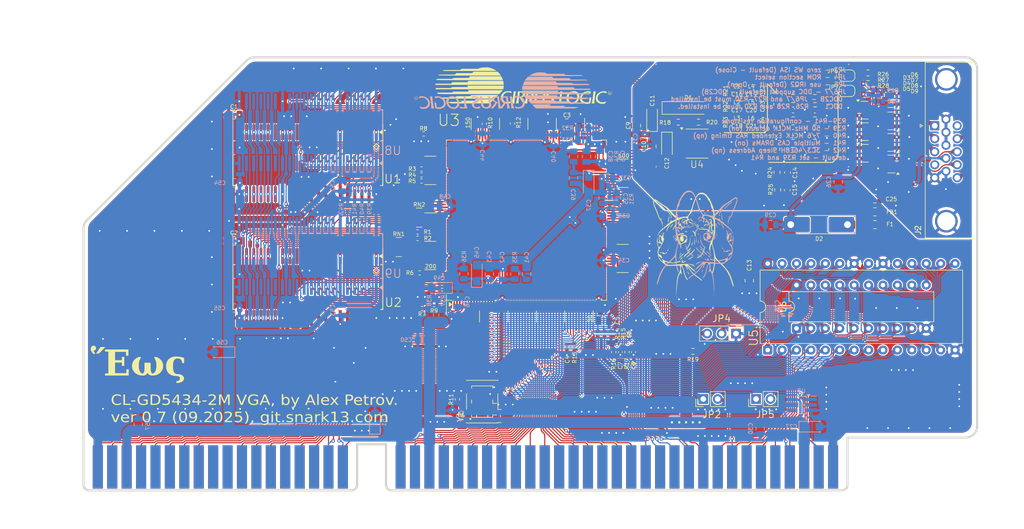
<source format=kicad_pcb>
(kicad_pcb
	(version 20241229)
	(generator "pcbnew")
	(generator_version "9.0")
	(general
		(thickness 1.6)
		(legacy_teardrops no)
	)
	(paper "A4")
	(title_block
		(title "Eos - Cirrus Logic CL5434-2M ISA VGA Card")
		(date "2025-09-13")
		(rev "0.7")
		(company "Alexander Petrov")
	)
	(layers
		(0 "F.Cu" signal)
		(2 "B.Cu" signal)
		(9 "F.Adhes" user "F.Adhesive")
		(11 "B.Adhes" user "B.Adhesive")
		(13 "F.Paste" user)
		(15 "B.Paste" user)
		(5 "F.SilkS" user "F.Silkscreen")
		(7 "B.SilkS" user "B.Silkscreen")
		(1 "F.Mask" user)
		(3 "B.Mask" user)
		(17 "Dwgs.User" user "User.Drawings")
		(19 "Cmts.User" user "User.Comments")
		(21 "Eco1.User" user "User.Eco1")
		(23 "Eco2.User" user "User.Eco2")
		(25 "Edge.Cuts" user)
		(27 "Margin" user)
		(31 "F.CrtYd" user "F.Courtyard")
		(29 "B.CrtYd" user "B.Courtyard")
		(35 "F.Fab" user)
		(33 "B.Fab" user)
	)
	(setup
		(stackup
			(layer "F.SilkS"
				(type "Top Silk Screen")
				(color "White")
			)
			(layer "F.Paste"
				(type "Top Solder Paste")
			)
			(layer "F.Mask"
				(type "Top Solder Mask")
				(color "Blue")
				(thickness 0.01)
			)
			(layer "F.Cu"
				(type "copper")
				(thickness 0.035)
			)
			(layer "dielectric 1"
				(type "core")
				(color "FR4 natural")
				(thickness 1.51)
				(material "FR4")
				(epsilon_r 4.5)
				(loss_tangent 0.02)
			)
			(layer "B.Cu"
				(type "copper")
				(thickness 0.035)
			)
			(layer "B.Mask"
				(type "Bottom Solder Mask")
				(color "Blue")
				(thickness 0.01)
			)
			(layer "B.Paste"
				(type "Bottom Solder Paste")
			)
			(layer "B.SilkS"
				(type "Bottom Silk Screen")
				(color "White")
			)
			(copper_finish "ENIG")
			(dielectric_constraints no)
		)
		(pad_to_mask_clearance 0)
		(allow_soldermask_bridges_in_footprints yes)
		(tenting front back)
		(pcbplotparams
			(layerselection 0x00000000_00000000_55555555_575555ff)
			(plot_on_all_layers_selection 0x00000000_00000000_00000000_02000000)
			(disableapertmacros no)
			(usegerberextensions yes)
			(usegerberattributes yes)
			(usegerberadvancedattributes yes)
			(creategerberjobfile yes)
			(dashed_line_dash_ratio 12.000000)
			(dashed_line_gap_ratio 3.000000)
			(svgprecision 4)
			(plotframeref no)
			(mode 1)
			(useauxorigin no)
			(hpglpennumber 1)
			(hpglpenspeed 20)
			(hpglpendiameter 15.000000)
			(pdf_front_fp_property_popups yes)
			(pdf_back_fp_property_popups yes)
			(pdf_metadata yes)
			(pdf_single_document no)
			(dxfpolygonmode yes)
			(dxfimperialunits yes)
			(dxfusepcbnewfont yes)
			(psnegative no)
			(psa4output no)
			(plot_black_and_white yes)
			(sketchpadsonfab no)
			(plotpadnumbers no)
			(hidednponfab no)
			(sketchdnponfab yes)
			(crossoutdnponfab yes)
			(subtractmaskfromsilk yes)
			(outputformat 1)
			(mirror no)
			(drillshape 0)
			(scaleselection 1)
			(outputdirectory "out/eos-0.3/")
		)
	)
	(net 0 "")
	(net 1 "/MD16")
	(net 2 "/MD17")
	(net 3 "/MD18")
	(net 4 "/MD19")
	(net 5 "/MD20")
	(net 6 "/MD21")
	(net 7 "/MD22")
	(net 8 "/MD23")
	(net 9 "/MD24")
	(net 10 "/MD25")
	(net 11 "/MD26")
	(net 12 "/MD27")
	(net 13 "/MD28")
	(net 14 "/MD29")
	(net 15 "/MD30")
	(net 16 "/MD31")
	(net 17 "/SD0")
	(net 18 "/SD1")
	(net 19 "/SD2")
	(net 20 "/SD3")
	(net 21 "/SD4")
	(net 22 "/SD5")
	(net 23 "/SD6")
	(net 24 "/SD7")
	(net 25 "/SD8")
	(net 26 "/SD9")
	(net 27 "/SD10")
	(net 28 "/SD11")
	(net 29 "/SD12")
	(net 30 "/SD13")
	(net 31 "/SD14")
	(net 32 "/SD15")
	(net 33 "/RESET")
	(net 34 "/LA23")
	(net 35 "/IOCHRDY")
	(net 36 "/LA22")
	(net 37 "/AEN")
	(net 38 "/BALE")
	(net 39 "/LA21")
	(net 40 "/LA20")
	(net 41 "/LA19")
	(net 42 "/LA18")
	(net 43 "/LA17")
	(net 44 "/SA16")
	(net 45 "/SA15")
	(net 46 "/SA14")
	(net 47 "/SA13")
	(net 48 "/SA12")
	(net 49 "/SA11")
	(net 50 "/SA10")
	(net 51 "/SA9")
	(net 52 "/SA8")
	(net 53 "/SA7")
	(net 54 "/SA6")
	(net 55 "/SA5")
	(net 56 "/SA4")
	(net 57 "/SA3")
	(net 58 "/SA2")
	(net 59 "/SA1")
	(net 60 "/SA0")
	(net 61 "/MD0")
	(net 62 "/MD1")
	(net 63 "/MD2")
	(net 64 "/MD3")
	(net 65 "/MD4")
	(net 66 "/MD5")
	(net 67 "/MD6")
	(net 68 "/MD7")
	(net 69 "VCC")
	(net 70 "RED")
	(net 71 "GREEN")
	(net 72 "BLUE")
	(net 73 "Net-(D1-A)")
	(net 74 "Net-(F1-Pad1)")
	(net 75 "MFILVDD")
	(net 76 "DACVSS")
	(net 77 "DACVDD")
	(net 78 "IREF")
	(net 79 "VFILVDD")
	(net 80 "MFILTER")
	(net 81 "VFILTER")
	(net 82 "/~{MEMW}")
	(net 83 "/~{MEMR}")
	(net 84 "/~{CAS3}")
	(net 85 "/~{IOR}")
	(net 86 "/~{CAS2}")
	(net 87 "/~{CAS0}")
	(net 88 "/~{WE}")
	(net 89 "/~{EROM}")
	(net 90 "/~{IOCS16}")
	(net 91 "/~{MCS16}")
	(net 92 "/~{SBHE}")
	(net 93 "/~{REFRESH}")
	(net 94 "/~{IOW}")
	(net 95 "/0WS")
	(net 96 "VSYNC")
	(net 97 "HSYNC")
	(net 98 "/RMA1")
	(net 99 "/RMA6")
	(net 100 "/RMA5")
	(net 101 "/RMA7")
	(net 102 "/RMA2")
	(net 103 "/RMA8")
	(net 104 "/RMA4")
	(net 105 "/~{RASM1}")
	(net 106 "/RMA3")
	(net 107 "/RMA0")
	(net 108 "/~{CAS4}")
	(net 109 "/MD38")
	(net 110 "/MD15")
	(net 111 "/MD14")
	(net 112 "/MD13")
	(net 113 "/MD12")
	(net 114 "/MD11")
	(net 115 "/MD10")
	(net 116 "/MD9")
	(net 117 "/MD8")
	(net 118 "/~{CAS5}")
	(net 119 "/MD34")
	(net 120 "/MD39")
	(net 121 "/MD43")
	(net 122 "/MD45")
	(net 123 "/MD44")
	(net 124 "/MD32")
	(net 125 "/MD35")
	(net 126 "/BOSC")
	(net 127 "unconnected-(J1--5V-Pad5)")
	(net 128 "unconnected-(J1-DRQ2-Pad6)")
	(net 129 "unconnected-(J1--12V-Pad7)")
	(net 130 "Net-(J1-UNUSED)")
	(net 131 "unconnected-(J1-+12V-Pad9)")
	(net 132 "unconnected-(J1-~{DACK3}-Pad15)")
	(net 133 "unconnected-(J1-DRQ3-Pad16)")
	(net 134 "unconnected-(J1-~{DACK1}-Pad17)")
	(net 135 "unconnected-(J1-DRQ1-Pad18)")
	(net 136 "unconnected-(J1-CLK-Pad20)")
	(net 137 "unconnected-(J1-IRQ7-Pad21)")
	(net 138 "unconnected-(J1-IRQ6-Pad22)")
	(net 139 "unconnected-(J1-IRQ5-Pad23)")
	(net 140 "unconnected-(J1-IRQ4-Pad24)")
	(net 141 "unconnected-(J1-IRQ3-Pad25)")
	(net 142 "unconnected-(J1-~{DACK2}-Pad26)")
	(net 143 "unconnected-(J1-TC-Pad27)")
	(net 144 "unconnected-(J1-IO-Pad32)")
	(net 145 "unconnected-(J1-BA19-Pad43)")
	(net 146 "unconnected-(J1-BA18-Pad44)")
	(net 147 "unconnected-(J1-BA17-Pad45)")
	(net 148 "unconnected-(J1-IRQ10-Pad65)")
	(net 149 "unconnected-(J1-IRQ11-Pad66)")
	(net 150 "unconnected-(J1-IRQ12-Pad67)")
	(net 151 "unconnected-(J1-IRQ15-Pad68)")
	(net 152 "unconnected-(J1-IRQ14-Pad69)")
	(net 153 "unconnected-(J1-~{DACK0}-Pad70)")
	(net 154 "unconnected-(J1-DRQ0-Pad71)")
	(net 155 "unconnected-(J1-~{DACK5}-Pad72)")
	(net 156 "unconnected-(J1-DRQ5-Pad73)")
	(net 157 "unconnected-(J1-~{DACK6}-Pad74)")
	(net 158 "unconnected-(J1-DRQ6-Pad75)")
	(net 159 "unconnected-(J1-~{DACK7}-Pad76)")
	(net 160 "unconnected-(J1-DRQ7-Pad77)")
	(net 161 "unconnected-(J1-MASTER-Pad79)")
	(net 162 "unconnected-(J1-~{MEMR}-Pad89)")
	(net 163 "unconnected-(J1-~{MEMW}-Pad90)")
	(net 164 "unconnected-(J2-Pad4)")
	(net 165 "unconnected-(J2-Pad11)")
	(net 166 "unconnected-(U1-NC-Pad11)")
	(net 167 "unconnected-(U1-NC-Pad12)")
	(net 168 "unconnected-(U1-NC-Pad15)")
	(net 169 "unconnected-(U1-NC-Pad30)")
	(net 170 "/MD41")
	(net 171 "/MD40")
	(net 172 "/MD42")
	(net 173 "/MD46")
	(net 174 "/MD47")
	(net 175 "GND")
	(net 176 "/MD37")
	(net 177 "/MD36")
	(net 178 "/MD33")
	(net 179 "Net-(U3-~{IOW})")
	(net 180 "Net-(U3-~{IOR})")
	(net 181 "Net-(U3-~{MEMR})")
	(net 182 "Net-(U3-~{MEMW})")
	(net 183 "/MD49")
	(net 184 "/MD52")
	(net 185 "/MD55")
	(net 186 "Net-(J1-IRQ2)")
	(net 187 "/IRQ2")
	(net 188 "Net-(C14-Pad1)")
	(net 189 "Net-(C15-Pad1)")
	(net 190 "Net-(C41-Pad1)")
	(net 191 "Net-(C19-Pad1)")
	(net 192 "Net-(C20-Pad1)")
	(net 193 "Net-(C21-Pad1)")
	(net 194 "Net-(C22-Pad1)")
	(net 195 "Net-(C23-Pad1)")
	(net 196 "Net-(C24-Pad1)")
	(net 197 "Net-(C25-Pad1)")
	(net 198 "Net-(C35-Pad1)")
	(net 199 "Net-(D2-K)")
	(net 200 "Net-(D3-K-Pad3)")
	(net 201 "Net-(D6-K-Pad3)")
	(net 202 "Net-(JP4-B)")
	(net 203 "Net-(JP4-C)")
	(net 204 "Net-(JP6-Pad2)")
	(net 205 "Net-(JP7-Pad2)")
	(net 206 "Net-(U3-MA3)")
	(net 207 "Net-(U3-MA4)")
	(net 208 "Net-(U3-~{CAS7})")
	(net 209 "Net-(U3-~{WE})")
	(net 210 "Net-(U3-~{RAS1})")
	(net 211 "Net-(U3-~{CAS5})")
	(net 212 "Net-(U3-~{CAS0})")
	(net 213 "/MD56")
	(net 214 "/MD51")
	(net 215 "/MD61")
	(net 216 "/MD59")
	(net 217 "/MD48")
	(net 218 "/MD63")
	(net 219 "/MD60")
	(net 220 "/MD57")
	(net 221 "/MD53")
	(net 222 "unconnected-(U2-NC-Pad11)")
	(net 223 "unconnected-(U2-NC-Pad30)")
	(net 224 "unconnected-(U2-NC-Pad15)")
	(net 225 "unconnected-(U2-NC-Pad12)")
	(net 226 "/MD54")
	(net 227 "/MD58")
	(net 228 "/MD50")
	(net 229 "/MD62")
	(net 230 "Net-(U3-~{CAS1})")
	(net 231 "Net-(U3-~{CAS4})")
	(net 232 "Net-(U3-~{CAS2})")
	(net 233 "Net-(U3-~{CAS3})")
	(net 234 "Net-(R14-Pad1)")
	(net 235 "Net-(R18-Pad2)")
	(net 236 "Net-(U3-~{TWR})")
	(net 237 "unconnected-(U3-RESERVED-Pad108)")
	(net 238 "unconnected-(U3-DCLK-Pad125)")
	(net 239 "unconnected-(U3-~{RAS0}{slash}~{OE}-Pad169)")
	(net 240 "unconnected-(U3-RESERVED-Pad61)")
	(net 241 "unconnected-(U3-RESERVED-Pad55)")
	(net 242 "unconnected-(U3-RESERVED-Pad62)")
	(net 243 "unconnected-(U3-~{BLANK}-Pad126)")
	(net 244 "unconnected-(U3-~{EVIDEO}-Pad120)")
	(net 245 "unconnected-(U3-RESERVED-Pad60)")
	(net 246 "unconnected-(U3-RESERVED-Pad59)")
	(net 247 "unconnected-(U3-RESERVED-Pad70)")
	(net 248 "unconnected-(U3-RESERVED-Pad68)")
	(net 249 "unconnected-(U3-RESERVED-Pad58)")
	(net 250 "unconnected-(U3-~{OVWR}-Pad109)")
	(net 251 "unconnected-(U3-P6-Pad117)")
	(net 252 "unconnected-(U3-P3-Pad113)")
	(net 253 "unconnected-(U3-P2-Pad112)")
	(net 254 "unconnected-(U3-P5-Pad116)")
	(net 255 "/~{RESET}")
	(net 256 "unconnected-(U3-RESERVED-Pad69)")
	(net 257 "unconnected-(U3-RESERVED-Pad63)")
	(net 258 "unconnected-(U3-P4-Pad115)")
	(net 259 "unconnected-(U3-P0-Pad110)")
	(net 260 "/OSC")
	(net 261 "unconnected-(Y&apos;1-NC-Pad1)")
	(net 262 "unconnected-(U3-RESERVED-Pad56)")
	(net 263 "/~{CAS1}")
	(net 264 "/~{CAS7}")
	(net 265 "/~{CAS6}")
	(net 266 "unconnected-(U3-P7-Pad118)")
	(net 267 "VDD")
	(net 268 "unconnected-(U3-RESERVED-Pad57)")
	(net 269 "/EECS")
	(net 270 "unconnected-(U3-MA9-Pad190)")
	(net 271 "/EEDI")
	(net 272 "unconnected-(U3-~{ESYNC}-Pad123)")
	(net 273 "/P1")
	(net 274 "unconnected-(U3-RESERVED-Pad54)")
	(net 275 "unconnected-(U3-MCLK-Pad16)")
	(net 276 "unconnected-(U3-~{EDCLK}-Pad122)")
	(net 277 "Net-(U5-D4)")
	(net 278 "Net-(U5-D7)")
	(net 279 "Net-(U5-D1)")
	(net 280 "Net-(U5-D5)")
	(net 281 "Net-(U5-D0)")
	(net 282 "Net-(U5-D3)")
	(net 283 "Net-(RN2B-R2.1)")
	(net 284 "Net-(RN2C-R3.1)")
	(net 285 "Net-(RN2D-R4.1)")
	(net 286 "Net-(RN2A-R1.1)")
	(net 287 "Net-(U5-D6)")
	(net 288 "Net-(U5-D2)")
	(net 289 "unconnected-(U8-NC-Pad15)")
	(net 290 "unconnected-(U8-NC-Pad12)")
	(net 291 "GNDREF")
	(net 292 "unconnected-(U8-NC-Pad30)")
	(net 293 "unconnected-(U8-NC-Pad11)")
	(net 294 "unconnected-(U9-NC-Pad11)")
	(net 295 "unconnected-(U9-NC-Pad15)")
	(net 296 "unconnected-(U9-NC-Pad30)")
	(net 297 "unconnected-(U9-NC-Pad12)")
	(net 298 "unconnected-(Y1-NC-Pad1)")
	(net 299 "Net-(RN1D-R4.1)")
	(net 300 "Net-(RN1A-R1.1)")
	(net 301 "Net-(RN1B-R2.1)")
	(net 302 "Net-(RN1C-R3.1)")
	(footprint "Package_SO_J-Lead:SOJ-40-Socket-LongPads" (layer "F.Cu") (at 112.59 78.602 180))
	(footprint "Package_SO_J-Lead:SOJ-40-Socket-LongPads" (layer "F.Cu") (at 112.59 56.775 180))
	(footprint "Connector_PinHeader_2.54mm:PinHeader_1x02_P2.54mm_Vertical" (layer "F.Cu") (at 182.9 98.2 90))
	(footprint "Capacitor_SMD:C_0805_2012Metric" (layer "F.Cu") (at 171.125 50.025 90))
	(footprint "Capacitor_SMD:C_0805_2012Metric" (layer "F.Cu") (at 158.875 49.575 180))
	(footprint "Capacitor_SMD:C_0603_1608Metric" (layer "F.Cu") (at 197.685 61.4 90))
	(footprint "Capacitor_SMD:C_0805_2012Metric" (layer "F.Cu") (at 173.85 53.7 -90))
	(footprint "Capacitor_Tantalum_SMD:CP_EIA-3216-18_Kemet-A" (layer "F.Cu") (at 173.875 48.75 90))
	(footprint "Capacitor_SMD:C_0805_2012Metric" (layer "F.Cu") (at 100.225 70.35 180))
	(footprint "Capacitor_SMD:C_0805_2012Metric" (layer "F.Cu") (at 191 77.35 -90))
	(footprint "Capacitor_SMD:C_0805_2012Metric" (layer "F.Cu") (at 213.1314 62.9158 180))
	(footprint "Diode_SMD:D_MELF-RM10_Universal_Handsoldering" (layer "F.Cu") (at 203.31 67.475 180))
	(footprint "Fuse:Fuse_0805_2012Metric_Pad1.15x1.40mm_HandSolder" (layer "F.Cu") (at 213.15 67.475 180))
	(footprint "Inductor_SMD:L_0805_2012Metric_Pad1.15x1.40mm_HandSolder" (layer "F.Cu") (at 213.15 65.225 180))
	(footprint "Resistor_SMD:R_0603_1608Metric" (layer "F.Cu") (at 178.5 49.425))
	(footprint "Resistor_SMD:R_0603_1608Metric" (layer "F.Cu") (at 182.075 49.425 180))
	(footprint "Resistor_SMD:R_0603_1608Metric" (layer "F.Cu") (at 195.885 58.25 -90))
	(footprint "Resistor_SMD:R_0603_1608Metric" (layer "F.Cu") (at 196.01 61.35 90))
	(footprint "Package_SO:SOIC-8_3.9x4.9mm_P1.27mm" (layer "F.Cu") (at 181.8 53.2))
	(footprint "Connector_PCBEdge:BUS_AT" (layer "F.Cu") (at 205.7659 110.17758))
	(footprint "Connector_PinHeader_2.54mm:PinHeader_1x03_P2.54mm_Vertical" (layer "F.Cu") (at 188.665 86.675 -90))
	(footprint "Capacitor_SMD:C_0805_2012Metric" (layer "F.Cu") (at 100.225 48.125 180))
	(footprint "Inductor_SMD:L_0805_2012Metric_Pad1.15x1.40mm_HandSolder" (layer "F.Cu") (at 202.55798 49.196256))
	(footprint "Inductor_SMD:L_0805_2012Metric_Pad1.15x1.40mm_HandSolder" (layer "F.Cu") (at 198.72142 45.26586))
	(footprint "Inductor_SMD:L_0805_2012Metric_Pad1.15x1.40mm_HandSolder" (layer "F.Cu") (at 198.72142 49.19524))
	(footprint "Inductor_SMD:L_0805_2012Metric_Pad1.15x1.40mm_HandSolder" (layer "F.Cu") (at 198.72142 53.15764))
	(footprint "Inductor_SMD:L_0805_2012Metric_Pad1.15x1.40mm_HandSolder" (layer "F.Cu") (at 202.55798 53.16272))
	(footprint "Inductor_SMD:L_0805_2012Metric_Pad1.15x1.40mm_HandSolder" (layer "F.Cu") (at 202.55798 45.26586))
	(footprint "Resistor_SMD:R_0603_1608Metric" (layer "F.Cu") (at 195.84984 54.18242 -90))
	(footprint "Resistor_SMD:R_0603_1608Metric" (layer "F.Cu") (at 195.84984 46.29064 90))
	(footprint "Resistor_SMD:R_0603_1608Metric" (layer "F.Cu") (at 195.84984 50.22002 -90))
	(footprint "Capacitor_SMD:C_0603_1608Metric" (layer "F.Cu") (at 202.55798 51.2374))
	(footprint "Capacitor_SMD:C_0603_1608Metric" (layer "F.Cu") (at 198.7212 51.24248))
	(footprint "Capacitor_SMD:C_0603_1608Metric" (layer "F.Cu") (at 202.5576 47.2877))
	(footprint "Capacitor_SMD:C_0603_1608Metric" (layer "F.Cu") (at 202.55798 55.22012))
	(footprint "Capacitor_SMD:C_0603_1608Metric"
		(layer "F.Cu")
		(uuid "00000000-0000-0000-0000-00005ef3c403")
		(at 198.71458 47.27754)
		(descr "Capacitor SMD 0603 (1608 Metric), square (rectangular) end terminal, IPC_7351 nominal, (Body size source: IPC-SM-782 page 76, https://www.pcb-3d.com/wordpress/wp-content/uploads/ipc-sm-782a_amendment_1_and_2.pdf), generated with kicad-footprint-generator")
		(tags "capacitor")
		(property "Reference" "C16"
			(at -9.88958 -2.76354 180)
			(layer "F.SilkS")
			(uuid "a3d19f27-dbf5-4540-a57a-954bec8c0fd1")
			(effects
				(font
					(size 0.7 0.7)
					(thickness 0.1)
				)
			)
		)
		(property "Value" "22"
			(at 0 1.43 0)
			(layer "F.Fab")
			(uuid "90884f9e-4e0c-46ff-b78c-4af1dad89f
... [3701697 chars truncated]
</source>
